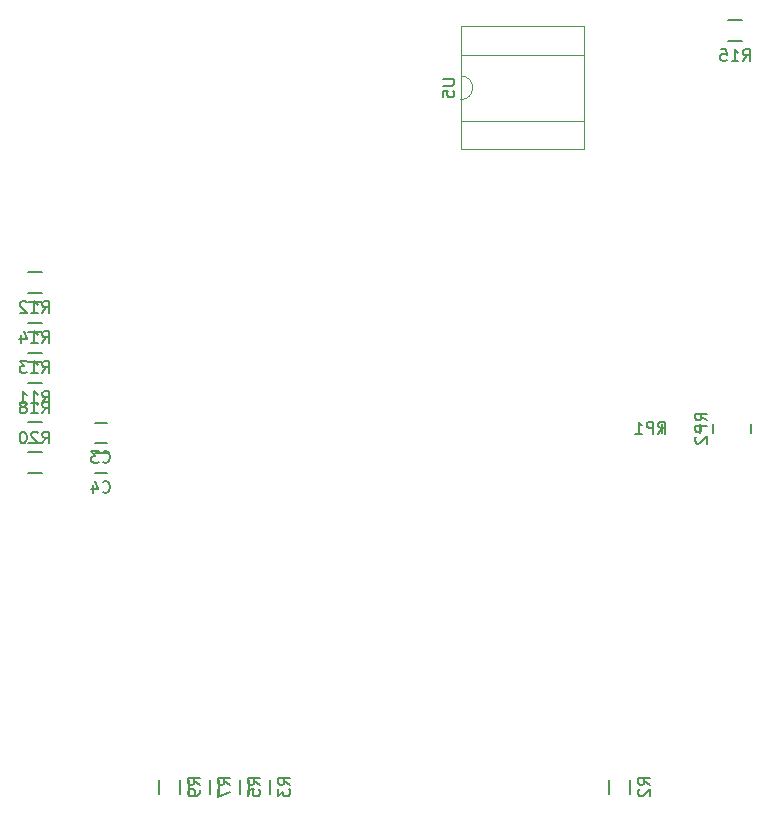
<source format=gbr>
G04 #@! TF.FileFunction,Legend,Bot*
%FSLAX46Y46*%
G04 Gerber Fmt 4.6, Leading zero omitted, Abs format (unit mm)*
G04 Created by KiCad (PCBNEW 4.0.4-stable) date 01/08/17 23:41:58*
%MOMM*%
%LPD*%
G01*
G04 APERTURE LIST*
%ADD10C,0.100000*%
%ADD11C,0.150000*%
%ADD12C,0.120000*%
G04 APERTURE END LIST*
D10*
D11*
X166765000Y-100492000D02*
X166765000Y-101692000D01*
X168515000Y-101692000D02*
X168515000Y-100492000D01*
X136285000Y-100492000D02*
X136285000Y-101692000D01*
X138035000Y-101692000D02*
X138035000Y-100492000D01*
X133745000Y-100492000D02*
X133745000Y-101692000D01*
X135495000Y-101692000D02*
X135495000Y-100492000D01*
X131205000Y-100492000D02*
X131205000Y-101692000D01*
X132955000Y-101692000D02*
X132955000Y-100492000D01*
X128665000Y-100492000D02*
X128665000Y-101692000D01*
X130415000Y-101692000D02*
X130415000Y-100492000D01*
X118710000Y-65165000D02*
X117510000Y-65165000D01*
X117510000Y-66915000D02*
X118710000Y-66915000D01*
X118710000Y-57545000D02*
X117510000Y-57545000D01*
X117510000Y-59295000D02*
X118710000Y-59295000D01*
X118710000Y-62625000D02*
X117510000Y-62625000D01*
X117510000Y-64375000D02*
X118710000Y-64375000D01*
X118710000Y-60085000D02*
X117510000Y-60085000D01*
X117510000Y-61835000D02*
X118710000Y-61835000D01*
X174472000Y-71139000D02*
X174472000Y-70339000D01*
X171222000Y-71139000D02*
X171222000Y-70339000D01*
X178790000Y-71139000D02*
X178790000Y-70339000D01*
X175540000Y-71139000D02*
X175540000Y-70339000D01*
X124198000Y-71970000D02*
X123198000Y-71970000D01*
X123198000Y-70270000D02*
X124198000Y-70270000D01*
X124198000Y-74510000D02*
X123198000Y-74510000D01*
X123198000Y-72810000D02*
X124198000Y-72810000D01*
X178019000Y-36209000D02*
X176819000Y-36209000D01*
X176819000Y-37959000D02*
X178019000Y-37959000D01*
X117510000Y-71995000D02*
X118710000Y-71995000D01*
X118710000Y-70245000D02*
X117510000Y-70245000D01*
X117510000Y-74535000D02*
X118710000Y-74535000D01*
X118710000Y-72785000D02*
X117510000Y-72785000D01*
D12*
X154185000Y-42910000D02*
G75*
G03X154185000Y-40910000I0J1000000D01*
G01*
X154185000Y-40910000D02*
X154185000Y-39140000D01*
X154185000Y-39140000D02*
X164585000Y-39140000D01*
X164585000Y-39140000D02*
X164585000Y-44680000D01*
X164585000Y-44680000D02*
X154185000Y-44680000D01*
X154185000Y-44680000D02*
X154185000Y-42910000D01*
X154185000Y-36710000D02*
X164585000Y-36710000D01*
X164585000Y-36710000D02*
X164585000Y-47110000D01*
X164585000Y-47110000D02*
X154185000Y-47110000D01*
X154185000Y-47110000D02*
X154185000Y-36710000D01*
D11*
X170192381Y-100925334D02*
X169716190Y-100592000D01*
X170192381Y-100353905D02*
X169192381Y-100353905D01*
X169192381Y-100734858D01*
X169240000Y-100830096D01*
X169287619Y-100877715D01*
X169382857Y-100925334D01*
X169525714Y-100925334D01*
X169620952Y-100877715D01*
X169668571Y-100830096D01*
X169716190Y-100734858D01*
X169716190Y-100353905D01*
X169287619Y-101306286D02*
X169240000Y-101353905D01*
X169192381Y-101449143D01*
X169192381Y-101687239D01*
X169240000Y-101782477D01*
X169287619Y-101830096D01*
X169382857Y-101877715D01*
X169478095Y-101877715D01*
X169620952Y-101830096D01*
X170192381Y-101258667D01*
X170192381Y-101877715D01*
X139712381Y-100925334D02*
X139236190Y-100592000D01*
X139712381Y-100353905D02*
X138712381Y-100353905D01*
X138712381Y-100734858D01*
X138760000Y-100830096D01*
X138807619Y-100877715D01*
X138902857Y-100925334D01*
X139045714Y-100925334D01*
X139140952Y-100877715D01*
X139188571Y-100830096D01*
X139236190Y-100734858D01*
X139236190Y-100353905D01*
X138712381Y-101258667D02*
X138712381Y-101877715D01*
X139093333Y-101544381D01*
X139093333Y-101687239D01*
X139140952Y-101782477D01*
X139188571Y-101830096D01*
X139283810Y-101877715D01*
X139521905Y-101877715D01*
X139617143Y-101830096D01*
X139664762Y-101782477D01*
X139712381Y-101687239D01*
X139712381Y-101401524D01*
X139664762Y-101306286D01*
X139617143Y-101258667D01*
X137172381Y-100925334D02*
X136696190Y-100592000D01*
X137172381Y-100353905D02*
X136172381Y-100353905D01*
X136172381Y-100734858D01*
X136220000Y-100830096D01*
X136267619Y-100877715D01*
X136362857Y-100925334D01*
X136505714Y-100925334D01*
X136600952Y-100877715D01*
X136648571Y-100830096D01*
X136696190Y-100734858D01*
X136696190Y-100353905D01*
X136172381Y-101830096D02*
X136172381Y-101353905D01*
X136648571Y-101306286D01*
X136600952Y-101353905D01*
X136553333Y-101449143D01*
X136553333Y-101687239D01*
X136600952Y-101782477D01*
X136648571Y-101830096D01*
X136743810Y-101877715D01*
X136981905Y-101877715D01*
X137077143Y-101830096D01*
X137124762Y-101782477D01*
X137172381Y-101687239D01*
X137172381Y-101449143D01*
X137124762Y-101353905D01*
X137077143Y-101306286D01*
X134632381Y-100925334D02*
X134156190Y-100592000D01*
X134632381Y-100353905D02*
X133632381Y-100353905D01*
X133632381Y-100734858D01*
X133680000Y-100830096D01*
X133727619Y-100877715D01*
X133822857Y-100925334D01*
X133965714Y-100925334D01*
X134060952Y-100877715D01*
X134108571Y-100830096D01*
X134156190Y-100734858D01*
X134156190Y-100353905D01*
X133632381Y-101258667D02*
X133632381Y-101925334D01*
X134632381Y-101496762D01*
X132092381Y-100925334D02*
X131616190Y-100592000D01*
X132092381Y-100353905D02*
X131092381Y-100353905D01*
X131092381Y-100734858D01*
X131140000Y-100830096D01*
X131187619Y-100877715D01*
X131282857Y-100925334D01*
X131425714Y-100925334D01*
X131520952Y-100877715D01*
X131568571Y-100830096D01*
X131616190Y-100734858D01*
X131616190Y-100353905D01*
X132092381Y-101401524D02*
X132092381Y-101592000D01*
X132044762Y-101687239D01*
X131997143Y-101734858D01*
X131854286Y-101830096D01*
X131663810Y-101877715D01*
X131282857Y-101877715D01*
X131187619Y-101830096D01*
X131140000Y-101782477D01*
X131092381Y-101687239D01*
X131092381Y-101496762D01*
X131140000Y-101401524D01*
X131187619Y-101353905D01*
X131282857Y-101306286D01*
X131520952Y-101306286D01*
X131616190Y-101353905D01*
X131663810Y-101401524D01*
X131711429Y-101496762D01*
X131711429Y-101687239D01*
X131663810Y-101782477D01*
X131616190Y-101830096D01*
X131520952Y-101877715D01*
X118752857Y-68592381D02*
X119086191Y-68116190D01*
X119324286Y-68592381D02*
X119324286Y-67592381D01*
X118943333Y-67592381D01*
X118848095Y-67640000D01*
X118800476Y-67687619D01*
X118752857Y-67782857D01*
X118752857Y-67925714D01*
X118800476Y-68020952D01*
X118848095Y-68068571D01*
X118943333Y-68116190D01*
X119324286Y-68116190D01*
X117800476Y-68592381D02*
X118371905Y-68592381D01*
X118086191Y-68592381D02*
X118086191Y-67592381D01*
X118181429Y-67735238D01*
X118276667Y-67830476D01*
X118371905Y-67878095D01*
X116848095Y-68592381D02*
X117419524Y-68592381D01*
X117133810Y-68592381D02*
X117133810Y-67592381D01*
X117229048Y-67735238D01*
X117324286Y-67830476D01*
X117419524Y-67878095D01*
X118752857Y-60972381D02*
X119086191Y-60496190D01*
X119324286Y-60972381D02*
X119324286Y-59972381D01*
X118943333Y-59972381D01*
X118848095Y-60020000D01*
X118800476Y-60067619D01*
X118752857Y-60162857D01*
X118752857Y-60305714D01*
X118800476Y-60400952D01*
X118848095Y-60448571D01*
X118943333Y-60496190D01*
X119324286Y-60496190D01*
X117800476Y-60972381D02*
X118371905Y-60972381D01*
X118086191Y-60972381D02*
X118086191Y-59972381D01*
X118181429Y-60115238D01*
X118276667Y-60210476D01*
X118371905Y-60258095D01*
X117419524Y-60067619D02*
X117371905Y-60020000D01*
X117276667Y-59972381D01*
X117038571Y-59972381D01*
X116943333Y-60020000D01*
X116895714Y-60067619D01*
X116848095Y-60162857D01*
X116848095Y-60258095D01*
X116895714Y-60400952D01*
X117467143Y-60972381D01*
X116848095Y-60972381D01*
X118752857Y-66052381D02*
X119086191Y-65576190D01*
X119324286Y-66052381D02*
X119324286Y-65052381D01*
X118943333Y-65052381D01*
X118848095Y-65100000D01*
X118800476Y-65147619D01*
X118752857Y-65242857D01*
X118752857Y-65385714D01*
X118800476Y-65480952D01*
X118848095Y-65528571D01*
X118943333Y-65576190D01*
X119324286Y-65576190D01*
X117800476Y-66052381D02*
X118371905Y-66052381D01*
X118086191Y-66052381D02*
X118086191Y-65052381D01*
X118181429Y-65195238D01*
X118276667Y-65290476D01*
X118371905Y-65338095D01*
X117467143Y-65052381D02*
X116848095Y-65052381D01*
X117181429Y-65433333D01*
X117038571Y-65433333D01*
X116943333Y-65480952D01*
X116895714Y-65528571D01*
X116848095Y-65623810D01*
X116848095Y-65861905D01*
X116895714Y-65957143D01*
X116943333Y-66004762D01*
X117038571Y-66052381D01*
X117324286Y-66052381D01*
X117419524Y-66004762D01*
X117467143Y-65957143D01*
X118752857Y-63512381D02*
X119086191Y-63036190D01*
X119324286Y-63512381D02*
X119324286Y-62512381D01*
X118943333Y-62512381D01*
X118848095Y-62560000D01*
X118800476Y-62607619D01*
X118752857Y-62702857D01*
X118752857Y-62845714D01*
X118800476Y-62940952D01*
X118848095Y-62988571D01*
X118943333Y-63036190D01*
X119324286Y-63036190D01*
X117800476Y-63512381D02*
X118371905Y-63512381D01*
X118086191Y-63512381D02*
X118086191Y-62512381D01*
X118181429Y-62655238D01*
X118276667Y-62750476D01*
X118371905Y-62798095D01*
X116943333Y-62845714D02*
X116943333Y-63512381D01*
X117181429Y-62464762D02*
X117419524Y-63179048D01*
X116800476Y-63179048D01*
X170913666Y-71191381D02*
X171247000Y-70715190D01*
X171485095Y-71191381D02*
X171485095Y-70191381D01*
X171104142Y-70191381D01*
X171008904Y-70239000D01*
X170961285Y-70286619D01*
X170913666Y-70381857D01*
X170913666Y-70524714D01*
X170961285Y-70619952D01*
X171008904Y-70667571D01*
X171104142Y-70715190D01*
X171485095Y-70715190D01*
X170485095Y-71191381D02*
X170485095Y-70191381D01*
X170104142Y-70191381D01*
X170008904Y-70239000D01*
X169961285Y-70286619D01*
X169913666Y-70381857D01*
X169913666Y-70524714D01*
X169961285Y-70619952D01*
X170008904Y-70667571D01*
X170104142Y-70715190D01*
X170485095Y-70715190D01*
X168961285Y-71191381D02*
X169532714Y-71191381D01*
X169247000Y-71191381D02*
X169247000Y-70191381D01*
X169342238Y-70334238D01*
X169437476Y-70429476D01*
X169532714Y-70477095D01*
X175017381Y-70072334D02*
X174541190Y-69739000D01*
X175017381Y-69500905D02*
X174017381Y-69500905D01*
X174017381Y-69881858D01*
X174065000Y-69977096D01*
X174112619Y-70024715D01*
X174207857Y-70072334D01*
X174350714Y-70072334D01*
X174445952Y-70024715D01*
X174493571Y-69977096D01*
X174541190Y-69881858D01*
X174541190Y-69500905D01*
X175017381Y-70500905D02*
X174017381Y-70500905D01*
X174017381Y-70881858D01*
X174065000Y-70977096D01*
X174112619Y-71024715D01*
X174207857Y-71072334D01*
X174350714Y-71072334D01*
X174445952Y-71024715D01*
X174493571Y-70977096D01*
X174541190Y-70881858D01*
X174541190Y-70500905D01*
X174112619Y-71453286D02*
X174065000Y-71500905D01*
X174017381Y-71596143D01*
X174017381Y-71834239D01*
X174065000Y-71929477D01*
X174112619Y-71977096D01*
X174207857Y-72024715D01*
X174303095Y-72024715D01*
X174445952Y-71977096D01*
X175017381Y-71405667D01*
X175017381Y-72024715D01*
X123864666Y-73577143D02*
X123912285Y-73624762D01*
X124055142Y-73672381D01*
X124150380Y-73672381D01*
X124293238Y-73624762D01*
X124388476Y-73529524D01*
X124436095Y-73434286D01*
X124483714Y-73243810D01*
X124483714Y-73100952D01*
X124436095Y-72910476D01*
X124388476Y-72815238D01*
X124293238Y-72720000D01*
X124150380Y-72672381D01*
X124055142Y-72672381D01*
X123912285Y-72720000D01*
X123864666Y-72767619D01*
X123531333Y-72672381D02*
X122912285Y-72672381D01*
X123245619Y-73053333D01*
X123102761Y-73053333D01*
X123007523Y-73100952D01*
X122959904Y-73148571D01*
X122912285Y-73243810D01*
X122912285Y-73481905D01*
X122959904Y-73577143D01*
X123007523Y-73624762D01*
X123102761Y-73672381D01*
X123388476Y-73672381D01*
X123483714Y-73624762D01*
X123531333Y-73577143D01*
X123864666Y-76117143D02*
X123912285Y-76164762D01*
X124055142Y-76212381D01*
X124150380Y-76212381D01*
X124293238Y-76164762D01*
X124388476Y-76069524D01*
X124436095Y-75974286D01*
X124483714Y-75783810D01*
X124483714Y-75640952D01*
X124436095Y-75450476D01*
X124388476Y-75355238D01*
X124293238Y-75260000D01*
X124150380Y-75212381D01*
X124055142Y-75212381D01*
X123912285Y-75260000D01*
X123864666Y-75307619D01*
X123007523Y-75545714D02*
X123007523Y-76212381D01*
X123245619Y-75164762D02*
X123483714Y-75879048D01*
X122864666Y-75879048D01*
X178061857Y-39636381D02*
X178395191Y-39160190D01*
X178633286Y-39636381D02*
X178633286Y-38636381D01*
X178252333Y-38636381D01*
X178157095Y-38684000D01*
X178109476Y-38731619D01*
X178061857Y-38826857D01*
X178061857Y-38969714D01*
X178109476Y-39064952D01*
X178157095Y-39112571D01*
X178252333Y-39160190D01*
X178633286Y-39160190D01*
X177109476Y-39636381D02*
X177680905Y-39636381D01*
X177395191Y-39636381D02*
X177395191Y-38636381D01*
X177490429Y-38779238D01*
X177585667Y-38874476D01*
X177680905Y-38922095D01*
X176204714Y-38636381D02*
X176680905Y-38636381D01*
X176728524Y-39112571D01*
X176680905Y-39064952D01*
X176585667Y-39017333D01*
X176347571Y-39017333D01*
X176252333Y-39064952D01*
X176204714Y-39112571D01*
X176157095Y-39207810D01*
X176157095Y-39445905D01*
X176204714Y-39541143D01*
X176252333Y-39588762D01*
X176347571Y-39636381D01*
X176585667Y-39636381D01*
X176680905Y-39588762D01*
X176728524Y-39541143D01*
X118752857Y-69472381D02*
X119086191Y-68996190D01*
X119324286Y-69472381D02*
X119324286Y-68472381D01*
X118943333Y-68472381D01*
X118848095Y-68520000D01*
X118800476Y-68567619D01*
X118752857Y-68662857D01*
X118752857Y-68805714D01*
X118800476Y-68900952D01*
X118848095Y-68948571D01*
X118943333Y-68996190D01*
X119324286Y-68996190D01*
X117800476Y-69472381D02*
X118371905Y-69472381D01*
X118086191Y-69472381D02*
X118086191Y-68472381D01*
X118181429Y-68615238D01*
X118276667Y-68710476D01*
X118371905Y-68758095D01*
X117229048Y-68900952D02*
X117324286Y-68853333D01*
X117371905Y-68805714D01*
X117419524Y-68710476D01*
X117419524Y-68662857D01*
X117371905Y-68567619D01*
X117324286Y-68520000D01*
X117229048Y-68472381D01*
X117038571Y-68472381D01*
X116943333Y-68520000D01*
X116895714Y-68567619D01*
X116848095Y-68662857D01*
X116848095Y-68710476D01*
X116895714Y-68805714D01*
X116943333Y-68853333D01*
X117038571Y-68900952D01*
X117229048Y-68900952D01*
X117324286Y-68948571D01*
X117371905Y-68996190D01*
X117419524Y-69091429D01*
X117419524Y-69281905D01*
X117371905Y-69377143D01*
X117324286Y-69424762D01*
X117229048Y-69472381D01*
X117038571Y-69472381D01*
X116943333Y-69424762D01*
X116895714Y-69377143D01*
X116848095Y-69281905D01*
X116848095Y-69091429D01*
X116895714Y-68996190D01*
X116943333Y-68948571D01*
X117038571Y-68900952D01*
X118752857Y-72012381D02*
X119086191Y-71536190D01*
X119324286Y-72012381D02*
X119324286Y-71012381D01*
X118943333Y-71012381D01*
X118848095Y-71060000D01*
X118800476Y-71107619D01*
X118752857Y-71202857D01*
X118752857Y-71345714D01*
X118800476Y-71440952D01*
X118848095Y-71488571D01*
X118943333Y-71536190D01*
X119324286Y-71536190D01*
X118371905Y-71107619D02*
X118324286Y-71060000D01*
X118229048Y-71012381D01*
X117990952Y-71012381D01*
X117895714Y-71060000D01*
X117848095Y-71107619D01*
X117800476Y-71202857D01*
X117800476Y-71298095D01*
X117848095Y-71440952D01*
X118419524Y-72012381D01*
X117800476Y-72012381D01*
X117181429Y-71012381D02*
X117086190Y-71012381D01*
X116990952Y-71060000D01*
X116943333Y-71107619D01*
X116895714Y-71202857D01*
X116848095Y-71393333D01*
X116848095Y-71631429D01*
X116895714Y-71821905D01*
X116943333Y-71917143D01*
X116990952Y-71964762D01*
X117086190Y-72012381D01*
X117181429Y-72012381D01*
X117276667Y-71964762D01*
X117324286Y-71917143D01*
X117371905Y-71821905D01*
X117419524Y-71631429D01*
X117419524Y-71393333D01*
X117371905Y-71202857D01*
X117324286Y-71107619D01*
X117276667Y-71060000D01*
X117181429Y-71012381D01*
X152637381Y-41148095D02*
X153446905Y-41148095D01*
X153542143Y-41195714D01*
X153589762Y-41243333D01*
X153637381Y-41338571D01*
X153637381Y-41529048D01*
X153589762Y-41624286D01*
X153542143Y-41671905D01*
X153446905Y-41719524D01*
X152637381Y-41719524D01*
X152637381Y-42671905D02*
X152637381Y-42195714D01*
X153113571Y-42148095D01*
X153065952Y-42195714D01*
X153018333Y-42290952D01*
X153018333Y-42529048D01*
X153065952Y-42624286D01*
X153113571Y-42671905D01*
X153208810Y-42719524D01*
X153446905Y-42719524D01*
X153542143Y-42671905D01*
X153589762Y-42624286D01*
X153637381Y-42529048D01*
X153637381Y-42290952D01*
X153589762Y-42195714D01*
X153542143Y-42148095D01*
M02*

</source>
